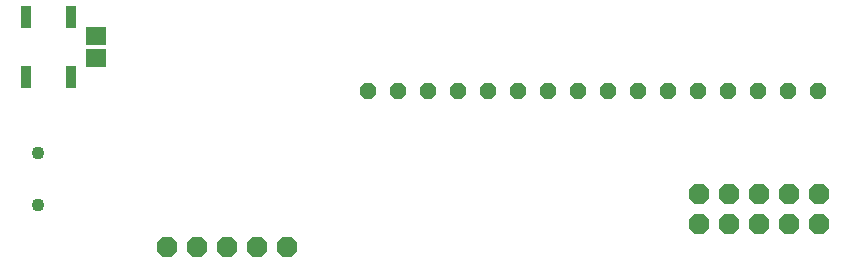
<source format=gbr>
G04 EAGLE Gerber RS-274X export*
G75*
%MOMM*%
%FSLAX34Y34*%
%LPD*%
%INSoldermask Bottom*%
%IPPOS*%
%AMOC8*
5,1,8,0,0,1.08239X$1,22.5*%
G01*
%ADD10C,1.103200*%
%ADD11P,1.539592X8X202.500000*%
%ADD12P,1.869504X8X112.500000*%
%ADD13P,1.869504X8X22.500000*%
%ADD14R,0.965200X1.854200*%
%ADD15R,1.703200X1.503200*%


D10*
X57150Y113440D03*
X57150Y69440D03*
D11*
X717550Y166370D03*
X692150Y166370D03*
X666750Y166370D03*
X641350Y166370D03*
X615950Y166370D03*
X590550Y166370D03*
X565150Y166370D03*
X539750Y166370D03*
X514350Y166370D03*
X488950Y166370D03*
X463550Y166370D03*
X438150Y166370D03*
X412750Y166370D03*
X387350Y166370D03*
X361950Y166370D03*
X336550Y166370D03*
D12*
X166370Y34290D03*
X191770Y34290D03*
X217170Y34290D03*
X242570Y34290D03*
X267970Y34290D03*
D13*
X617220Y53340D03*
X617220Y78740D03*
X642620Y53340D03*
X642620Y78740D03*
X668020Y53340D03*
X668020Y78740D03*
X693420Y53340D03*
X693420Y78740D03*
X718820Y53340D03*
X718820Y78740D03*
D14*
X46990Y228600D03*
X46990Y177800D03*
X85090Y228600D03*
X85090Y177800D03*
D15*
X106680Y193700D03*
X106680Y212700D03*
M02*

</source>
